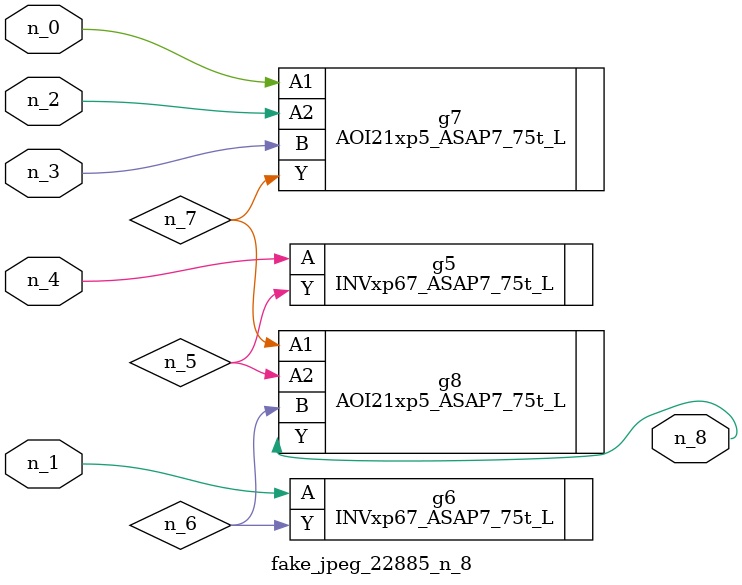
<source format=v>
module fake_jpeg_22885_n_8 (n_3, n_2, n_1, n_0, n_4, n_8);

input n_3;
input n_2;
input n_1;
input n_0;
input n_4;

output n_8;

wire n_6;
wire n_5;
wire n_7;

INVxp67_ASAP7_75t_L g5 ( 
.A(n_4),
.Y(n_5)
);

INVxp67_ASAP7_75t_L g6 ( 
.A(n_1),
.Y(n_6)
);

AOI21xp5_ASAP7_75t_L g7 ( 
.A1(n_0),
.A2(n_2),
.B(n_3),
.Y(n_7)
);

AOI21xp5_ASAP7_75t_L g8 ( 
.A1(n_7),
.A2(n_5),
.B(n_6),
.Y(n_8)
);


endmodule
</source>
